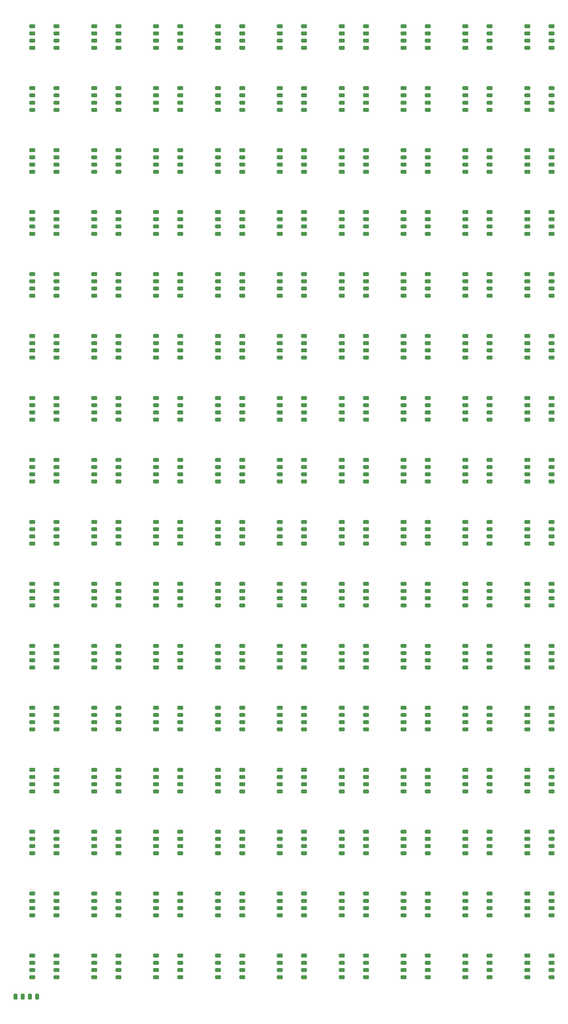
<source format=gbr>
%TF.GenerationSoftware,KiCad,Pcbnew,7.0.8*%
%TF.CreationDate,2023-12-09T13:02:37-08:00*%
%TF.ProjectId,LED_board,4c45445f-626f-4617-9264-2e6b69636164,rev?*%
%TF.SameCoordinates,Original*%
%TF.FileFunction,Soldermask,Top*%
%TF.FilePolarity,Negative*%
%FSLAX46Y46*%
G04 Gerber Fmt 4.6, Leading zero omitted, Abs format (unit mm)*
G04 Created by KiCad (PCBNEW 7.0.8) date 2023-12-09 13:02:37*
%MOMM*%
%LPD*%
G01*
G04 APERTURE LIST*
G04 Aperture macros list*
%AMRoundRect*
0 Rectangle with rounded corners*
0 $1 Rounding radius*
0 $2 $3 $4 $5 $6 $7 $8 $9 X,Y pos of 4 corners*
0 Add a 4 corners polygon primitive as box body*
4,1,4,$2,$3,$4,$5,$6,$7,$8,$9,$2,$3,0*
0 Add four circle primitives for the rounded corners*
1,1,$1+$1,$2,$3*
1,1,$1+$1,$4,$5*
1,1,$1+$1,$6,$7*
1,1,$1+$1,$8,$9*
0 Add four rect primitives between the rounded corners*
20,1,$1+$1,$2,$3,$4,$5,0*
20,1,$1+$1,$4,$5,$6,$7,0*
20,1,$1+$1,$6,$7,$8,$9,0*
20,1,$1+$1,$8,$9,$2,$3,0*%
G04 Aperture macros list end*
%ADD10RoundRect,0.381000X0.381000X-0.762000X0.381000X0.762000X-0.381000X0.762000X-0.381000X-0.762000X0*%
%ADD11RoundRect,0.381000X-0.762000X-0.381000X0.762000X-0.381000X0.762000X0.381000X-0.762000X0.381000X0*%
G04 APERTURE END LIST*
D10*
%TO.C,J1*%
X-11240000Y-371720000D03*
X-8440000Y-371720000D03*
X-5640000Y-371720000D03*
X-2840000Y-371720000D03*
%TD*%
D11*
%TO.C,U10*%
X-4700000Y-331800000D03*
X-4700000Y-334600000D03*
X-4700000Y-337400000D03*
X-4700000Y-340200000D03*
X4700000Y-331800000D03*
X4700000Y-334600000D03*
X4700000Y-337400000D03*
X4700000Y-340200000D03*
%TD*%
%TO.C,U9*%
X187300000Y-355800000D03*
X187300000Y-358600000D03*
X187300000Y-361400000D03*
X187300000Y-364200000D03*
X196700000Y-355800000D03*
X196700000Y-358600000D03*
X196700000Y-361400000D03*
X196700000Y-364200000D03*
%TD*%
%TO.C,U8*%
X163300000Y-355800000D03*
X163300000Y-358600000D03*
X163300000Y-361400000D03*
X163300000Y-364200000D03*
X172700000Y-355800000D03*
X172700000Y-358600000D03*
X172700000Y-361400000D03*
X172700000Y-364200000D03*
%TD*%
%TO.C,U7*%
X139300000Y-355800000D03*
X139300000Y-358600000D03*
X139300000Y-361400000D03*
X139300000Y-364200000D03*
X148700000Y-355800000D03*
X148700000Y-358600000D03*
X148700000Y-361400000D03*
X148700000Y-364200000D03*
%TD*%
%TO.C,U6*%
X115300000Y-355800000D03*
X115300000Y-358600000D03*
X115300000Y-361400000D03*
X115300000Y-364200000D03*
X124700000Y-355800000D03*
X124700000Y-358600000D03*
X124700000Y-361400000D03*
X124700000Y-364200000D03*
%TD*%
%TO.C,U5*%
X91300000Y-355800000D03*
X91300000Y-358600000D03*
X91300000Y-361400000D03*
X91300000Y-364200000D03*
X100700000Y-355800000D03*
X100700000Y-358600000D03*
X100700000Y-361400000D03*
X100700000Y-364200000D03*
%TD*%
%TO.C,U4*%
X67300000Y-355800000D03*
X67300000Y-358600000D03*
X67300000Y-361400000D03*
X67300000Y-364200000D03*
X76700000Y-355800000D03*
X76700000Y-358600000D03*
X76700000Y-361400000D03*
X76700000Y-364200000D03*
%TD*%
%TO.C,U3*%
X43300000Y-355800000D03*
X43300000Y-358600000D03*
X43300000Y-361400000D03*
X43300000Y-364200000D03*
X52700000Y-355800000D03*
X52700000Y-358600000D03*
X52700000Y-361400000D03*
X52700000Y-364200000D03*
%TD*%
%TO.C,U2*%
X19300000Y-355800000D03*
X19300000Y-358600000D03*
X19300000Y-361400000D03*
X19300000Y-364200000D03*
X28700000Y-355800000D03*
X28700000Y-358600000D03*
X28700000Y-361400000D03*
X28700000Y-364200000D03*
%TD*%
%TO.C,U1*%
X-4700000Y-355800000D03*
X-4700000Y-358600000D03*
X-4700000Y-361400000D03*
X-4700000Y-364200000D03*
X4700000Y-355800000D03*
X4700000Y-358600000D03*
X4700000Y-361400000D03*
X4700000Y-364200000D03*
%TD*%
%TO.C,U18*%
X187300000Y-331800000D03*
X187300000Y-334600000D03*
X187300000Y-337400000D03*
X187300000Y-340200000D03*
X196700000Y-331800000D03*
X196700000Y-334600000D03*
X196700000Y-337400000D03*
X196700000Y-340200000D03*
%TD*%
%TO.C,U17*%
X163300000Y-331800000D03*
X163300000Y-334600000D03*
X163300000Y-337400000D03*
X163300000Y-340200000D03*
X172700000Y-331800000D03*
X172700000Y-334600000D03*
X172700000Y-337400000D03*
X172700000Y-340200000D03*
%TD*%
%TO.C,U16*%
X139300000Y-331800000D03*
X139300000Y-334600000D03*
X139300000Y-337400000D03*
X139300000Y-340200000D03*
X148700000Y-331800000D03*
X148700000Y-334600000D03*
X148700000Y-337400000D03*
X148700000Y-340200000D03*
%TD*%
%TO.C,U15*%
X115300000Y-331800000D03*
X115300000Y-334600000D03*
X115300000Y-337400000D03*
X115300000Y-340200000D03*
X124700000Y-331800000D03*
X124700000Y-334600000D03*
X124700000Y-337400000D03*
X124700000Y-340200000D03*
%TD*%
%TO.C,U14*%
X91300000Y-331800000D03*
X91300000Y-334600000D03*
X91300000Y-337400000D03*
X91300000Y-340200000D03*
X100700000Y-331800000D03*
X100700000Y-334600000D03*
X100700000Y-337400000D03*
X100700000Y-340200000D03*
%TD*%
%TO.C,U13*%
X67300000Y-331800000D03*
X67300000Y-334600000D03*
X67300000Y-337400000D03*
X67300000Y-340200000D03*
X76700000Y-331800000D03*
X76700000Y-334600000D03*
X76700000Y-337400000D03*
X76700000Y-340200000D03*
%TD*%
%TO.C,U12*%
X43300000Y-331800000D03*
X43300000Y-334600000D03*
X43300000Y-337400000D03*
X43300000Y-340200000D03*
X52700000Y-331800000D03*
X52700000Y-334600000D03*
X52700000Y-337400000D03*
X52700000Y-340200000D03*
%TD*%
%TO.C,U11*%
X19300000Y-331800000D03*
X19300000Y-334600000D03*
X19300000Y-337400000D03*
X19300000Y-340200000D03*
X28700000Y-331800000D03*
X28700000Y-334600000D03*
X28700000Y-337400000D03*
X28700000Y-340200000D03*
%TD*%
%TO.C,U27*%
X187300000Y-307800000D03*
X187300000Y-310600000D03*
X187300000Y-313400000D03*
X187300000Y-316200000D03*
X196700000Y-307800000D03*
X196700000Y-310600000D03*
X196700000Y-313400000D03*
X196700000Y-316200000D03*
%TD*%
%TO.C,U26*%
X163300000Y-307800000D03*
X163300000Y-310600000D03*
X163300000Y-313400000D03*
X163300000Y-316200000D03*
X172700000Y-307800000D03*
X172700000Y-310600000D03*
X172700000Y-313400000D03*
X172700000Y-316200000D03*
%TD*%
%TO.C,U25*%
X139300000Y-307800000D03*
X139300000Y-310600000D03*
X139300000Y-313400000D03*
X139300000Y-316200000D03*
X148700000Y-307800000D03*
X148700000Y-310600000D03*
X148700000Y-313400000D03*
X148700000Y-316200000D03*
%TD*%
%TO.C,U24*%
X115300000Y-307800000D03*
X115300000Y-310600000D03*
X115300000Y-313400000D03*
X115300000Y-316200000D03*
X124700000Y-307800000D03*
X124700000Y-310600000D03*
X124700000Y-313400000D03*
X124700000Y-316200000D03*
%TD*%
%TO.C,U23*%
X91300000Y-307800000D03*
X91300000Y-310600000D03*
X91300000Y-313400000D03*
X91300000Y-316200000D03*
X100700000Y-307800000D03*
X100700000Y-310600000D03*
X100700000Y-313400000D03*
X100700000Y-316200000D03*
%TD*%
%TO.C,U22*%
X67300000Y-307800000D03*
X67300000Y-310600000D03*
X67300000Y-313400000D03*
X67300000Y-316200000D03*
X76700000Y-307800000D03*
X76700000Y-310600000D03*
X76700000Y-313400000D03*
X76700000Y-316200000D03*
%TD*%
%TO.C,U21*%
X43300000Y-307800000D03*
X43300000Y-310600000D03*
X43300000Y-313400000D03*
X43300000Y-316200000D03*
X52700000Y-307800000D03*
X52700000Y-310600000D03*
X52700000Y-313400000D03*
X52700000Y-316200000D03*
%TD*%
%TO.C,U20*%
X19300000Y-307800000D03*
X19300000Y-310600000D03*
X19300000Y-313400000D03*
X19300000Y-316200000D03*
X28700000Y-307800000D03*
X28700000Y-310600000D03*
X28700000Y-313400000D03*
X28700000Y-316200000D03*
%TD*%
%TO.C,U19*%
X-4700000Y-307800000D03*
X-4700000Y-310600000D03*
X-4700000Y-313400000D03*
X-4700000Y-316200000D03*
X4700000Y-307800000D03*
X4700000Y-310600000D03*
X4700000Y-313400000D03*
X4700000Y-316200000D03*
%TD*%
%TO.C,U36*%
X187300000Y-283800000D03*
X187300000Y-286600000D03*
X187300000Y-289400000D03*
X187300000Y-292200000D03*
X196700000Y-283800000D03*
X196700000Y-286600000D03*
X196700000Y-289400000D03*
X196700000Y-292200000D03*
%TD*%
%TO.C,U35*%
X163300000Y-283800000D03*
X163300000Y-286600000D03*
X163300000Y-289400000D03*
X163300000Y-292200000D03*
X172700000Y-283800000D03*
X172700000Y-286600000D03*
X172700000Y-289400000D03*
X172700000Y-292200000D03*
%TD*%
%TO.C,U34*%
X139300000Y-283800000D03*
X139300000Y-286600000D03*
X139300000Y-289400000D03*
X139300000Y-292200000D03*
X148700000Y-283800000D03*
X148700000Y-286600000D03*
X148700000Y-289400000D03*
X148700000Y-292200000D03*
%TD*%
%TO.C,U33*%
X115300000Y-283800000D03*
X115300000Y-286600000D03*
X115300000Y-289400000D03*
X115300000Y-292200000D03*
X124700000Y-283800000D03*
X124700000Y-286600000D03*
X124700000Y-289400000D03*
X124700000Y-292200000D03*
%TD*%
%TO.C,U32*%
X91300000Y-283800000D03*
X91300000Y-286600000D03*
X91300000Y-289400000D03*
X91300000Y-292200000D03*
X100700000Y-283800000D03*
X100700000Y-286600000D03*
X100700000Y-289400000D03*
X100700000Y-292200000D03*
%TD*%
%TO.C,U31*%
X67300000Y-283800000D03*
X67300000Y-286600000D03*
X67300000Y-289400000D03*
X67300000Y-292200000D03*
X76700000Y-283800000D03*
X76700000Y-286600000D03*
X76700000Y-289400000D03*
X76700000Y-292200000D03*
%TD*%
%TO.C,U30*%
X43300000Y-283800000D03*
X43300000Y-286600000D03*
X43300000Y-289400000D03*
X43300000Y-292200000D03*
X52700000Y-283800000D03*
X52700000Y-286600000D03*
X52700000Y-289400000D03*
X52700000Y-292200000D03*
%TD*%
%TO.C,U29*%
X19300000Y-283800000D03*
X19300000Y-286600000D03*
X19300000Y-289400000D03*
X19300000Y-292200000D03*
X28700000Y-283800000D03*
X28700000Y-286600000D03*
X28700000Y-289400000D03*
X28700000Y-292200000D03*
%TD*%
%TO.C,U28*%
X-4700000Y-283800000D03*
X-4700000Y-286600000D03*
X-4700000Y-289400000D03*
X-4700000Y-292200000D03*
X4700000Y-283800000D03*
X4700000Y-286600000D03*
X4700000Y-289400000D03*
X4700000Y-292200000D03*
%TD*%
%TO.C,U45*%
X187300000Y-259800000D03*
X187300000Y-262600000D03*
X187300000Y-265400000D03*
X187300000Y-268200000D03*
X196700000Y-259800000D03*
X196700000Y-262600000D03*
X196700000Y-265400000D03*
X196700000Y-268200000D03*
%TD*%
%TO.C,U44*%
X163300000Y-259800000D03*
X163300000Y-262600000D03*
X163300000Y-265400000D03*
X163300000Y-268200000D03*
X172700000Y-259800000D03*
X172700000Y-262600000D03*
X172700000Y-265400000D03*
X172700000Y-268200000D03*
%TD*%
%TO.C,U43*%
X139300000Y-259800000D03*
X139300000Y-262600000D03*
X139300000Y-265400000D03*
X139300000Y-268200000D03*
X148700000Y-259800000D03*
X148700000Y-262600000D03*
X148700000Y-265400000D03*
X148700000Y-268200000D03*
%TD*%
%TO.C,U42*%
X115300000Y-259800000D03*
X115300000Y-262600000D03*
X115300000Y-265400000D03*
X115300000Y-268200000D03*
X124700000Y-259800000D03*
X124700000Y-262600000D03*
X124700000Y-265400000D03*
X124700000Y-268200000D03*
%TD*%
%TO.C,U41*%
X91300000Y-259800000D03*
X91300000Y-262600000D03*
X91300000Y-265400000D03*
X91300000Y-268200000D03*
X100700000Y-259800000D03*
X100700000Y-262600000D03*
X100700000Y-265400000D03*
X100700000Y-268200000D03*
%TD*%
%TO.C,U40*%
X67300000Y-259800000D03*
X67300000Y-262600000D03*
X67300000Y-265400000D03*
X67300000Y-268200000D03*
X76700000Y-259800000D03*
X76700000Y-262600000D03*
X76700000Y-265400000D03*
X76700000Y-268200000D03*
%TD*%
%TO.C,U39*%
X43300000Y-259800000D03*
X43300000Y-262600000D03*
X43300000Y-265400000D03*
X43300000Y-268200000D03*
X52700000Y-259800000D03*
X52700000Y-262600000D03*
X52700000Y-265400000D03*
X52700000Y-268200000D03*
%TD*%
%TO.C,U38*%
X19300000Y-259800000D03*
X19300000Y-262600000D03*
X19300000Y-265400000D03*
X19300000Y-268200000D03*
X28700000Y-259800000D03*
X28700000Y-262600000D03*
X28700000Y-265400000D03*
X28700000Y-268200000D03*
%TD*%
%TO.C,U37*%
X-4700000Y-259800000D03*
X-4700000Y-262600000D03*
X-4700000Y-265400000D03*
X-4700000Y-268200000D03*
X4700000Y-259800000D03*
X4700000Y-262600000D03*
X4700000Y-265400000D03*
X4700000Y-268200000D03*
%TD*%
%TO.C,U54*%
X187300000Y-235800000D03*
X187300000Y-238600000D03*
X187300000Y-241400000D03*
X187300000Y-244200000D03*
X196700000Y-235800000D03*
X196700000Y-238600000D03*
X196700000Y-241400000D03*
X196700000Y-244200000D03*
%TD*%
%TO.C,U53*%
X163300000Y-235800000D03*
X163300000Y-238600000D03*
X163300000Y-241400000D03*
X163300000Y-244200000D03*
X172700000Y-235800000D03*
X172700000Y-238600000D03*
X172700000Y-241400000D03*
X172700000Y-244200000D03*
%TD*%
%TO.C,U52*%
X139300000Y-235800000D03*
X139300000Y-238600000D03*
X139300000Y-241400000D03*
X139300000Y-244200000D03*
X148700000Y-235800000D03*
X148700000Y-238600000D03*
X148700000Y-241400000D03*
X148700000Y-244200000D03*
%TD*%
%TO.C,U51*%
X115300000Y-235800000D03*
X115300000Y-238600000D03*
X115300000Y-241400000D03*
X115300000Y-244200000D03*
X124700000Y-235800000D03*
X124700000Y-238600000D03*
X124700000Y-241400000D03*
X124700000Y-244200000D03*
%TD*%
%TO.C,U50*%
X91300000Y-235800000D03*
X91300000Y-238600000D03*
X91300000Y-241400000D03*
X91300000Y-244200000D03*
X100700000Y-235800000D03*
X100700000Y-238600000D03*
X100700000Y-241400000D03*
X100700000Y-244200000D03*
%TD*%
%TO.C,U49*%
X67300000Y-235800000D03*
X67300000Y-238600000D03*
X67300000Y-241400000D03*
X67300000Y-244200000D03*
X76700000Y-235800000D03*
X76700000Y-238600000D03*
X76700000Y-241400000D03*
X76700000Y-244200000D03*
%TD*%
%TO.C,U48*%
X43300000Y-235800000D03*
X43300000Y-238600000D03*
X43300000Y-241400000D03*
X43300000Y-244200000D03*
X52700000Y-235800000D03*
X52700000Y-238600000D03*
X52700000Y-241400000D03*
X52700000Y-244200000D03*
%TD*%
%TO.C,U47*%
X19300000Y-235800000D03*
X19300000Y-238600000D03*
X19300000Y-241400000D03*
X19300000Y-244200000D03*
X28700000Y-235800000D03*
X28700000Y-238600000D03*
X28700000Y-241400000D03*
X28700000Y-244200000D03*
%TD*%
%TO.C,U46*%
X-4700000Y-235800000D03*
X-4700000Y-238600000D03*
X-4700000Y-241400000D03*
X-4700000Y-244200000D03*
X4700000Y-235800000D03*
X4700000Y-238600000D03*
X4700000Y-241400000D03*
X4700000Y-244200000D03*
%TD*%
%TO.C,U63*%
X187300000Y-211800000D03*
X187300000Y-214600000D03*
X187300000Y-217400000D03*
X187300000Y-220200000D03*
X196700000Y-211800000D03*
X196700000Y-214600000D03*
X196700000Y-217400000D03*
X196700000Y-220200000D03*
%TD*%
%TO.C,U62*%
X163300000Y-211800000D03*
X163300000Y-214600000D03*
X163300000Y-217400000D03*
X163300000Y-220200000D03*
X172700000Y-211800000D03*
X172700000Y-214600000D03*
X172700000Y-217400000D03*
X172700000Y-220200000D03*
%TD*%
%TO.C,U61*%
X139300000Y-211800000D03*
X139300000Y-214600000D03*
X139300000Y-217400000D03*
X139300000Y-220200000D03*
X148700000Y-211800000D03*
X148700000Y-214600000D03*
X148700000Y-217400000D03*
X148700000Y-220200000D03*
%TD*%
%TO.C,U60*%
X115300000Y-211800000D03*
X115300000Y-214600000D03*
X115300000Y-217400000D03*
X115300000Y-220200000D03*
X124700000Y-211800000D03*
X124700000Y-214600000D03*
X124700000Y-217400000D03*
X124700000Y-220200000D03*
%TD*%
%TO.C,U59*%
X91300000Y-211800000D03*
X91300000Y-214600000D03*
X91300000Y-217400000D03*
X91300000Y-220200000D03*
X100700000Y-211800000D03*
X100700000Y-214600000D03*
X100700000Y-217400000D03*
X100700000Y-220200000D03*
%TD*%
%TO.C,U58*%
X67300000Y-211800000D03*
X67300000Y-214600000D03*
X67300000Y-217400000D03*
X67300000Y-220200000D03*
X76700000Y-211800000D03*
X76700000Y-214600000D03*
X76700000Y-217400000D03*
X76700000Y-220200000D03*
%TD*%
%TO.C,U57*%
X43300000Y-211800000D03*
X43300000Y-214600000D03*
X43300000Y-217400000D03*
X43300000Y-220200000D03*
X52700000Y-211800000D03*
X52700000Y-214600000D03*
X52700000Y-217400000D03*
X52700000Y-220200000D03*
%TD*%
%TO.C,U56*%
X19300000Y-211800000D03*
X19300000Y-214600000D03*
X19300000Y-217400000D03*
X19300000Y-220200000D03*
X28700000Y-211800000D03*
X28700000Y-214600000D03*
X28700000Y-217400000D03*
X28700000Y-220200000D03*
%TD*%
%TO.C,U55*%
X-4700000Y-211800000D03*
X-4700000Y-214600000D03*
X-4700000Y-217400000D03*
X-4700000Y-220200000D03*
X4700000Y-211800000D03*
X4700000Y-214600000D03*
X4700000Y-217400000D03*
X4700000Y-220200000D03*
%TD*%
%TO.C,U72*%
X187300000Y-187800000D03*
X187300000Y-190600000D03*
X187300000Y-193400000D03*
X187300000Y-196200000D03*
X196700000Y-187800000D03*
X196700000Y-190600000D03*
X196700000Y-193400000D03*
X196700000Y-196200000D03*
%TD*%
%TO.C,U71*%
X163300000Y-187800000D03*
X163300000Y-190600000D03*
X163300000Y-193400000D03*
X163300000Y-196200000D03*
X172700000Y-187800000D03*
X172700000Y-190600000D03*
X172700000Y-193400000D03*
X172700000Y-196200000D03*
%TD*%
%TO.C,U70*%
X139300000Y-187800000D03*
X139300000Y-190600000D03*
X139300000Y-193400000D03*
X139300000Y-196200000D03*
X148700000Y-187800000D03*
X148700000Y-190600000D03*
X148700000Y-193400000D03*
X148700000Y-196200000D03*
%TD*%
%TO.C,U69*%
X115300000Y-187800000D03*
X115300000Y-190600000D03*
X115300000Y-193400000D03*
X115300000Y-196200000D03*
X124700000Y-187800000D03*
X124700000Y-190600000D03*
X124700000Y-193400000D03*
X124700000Y-196200000D03*
%TD*%
%TO.C,U68*%
X91300000Y-187800000D03*
X91300000Y-190600000D03*
X91300000Y-193400000D03*
X91300000Y-196200000D03*
X100700000Y-187800000D03*
X100700000Y-190600000D03*
X100700000Y-193400000D03*
X100700000Y-196200000D03*
%TD*%
%TO.C,U67*%
X67300000Y-187800000D03*
X67300000Y-190600000D03*
X67300000Y-193400000D03*
X67300000Y-196200000D03*
X76700000Y-187800000D03*
X76700000Y-190600000D03*
X76700000Y-193400000D03*
X76700000Y-196200000D03*
%TD*%
%TO.C,U66*%
X43300000Y-187800000D03*
X43300000Y-190600000D03*
X43300000Y-193400000D03*
X43300000Y-196200000D03*
X52700000Y-187800000D03*
X52700000Y-190600000D03*
X52700000Y-193400000D03*
X52700000Y-196200000D03*
%TD*%
%TO.C,U65*%
X19300000Y-187800000D03*
X19300000Y-190600000D03*
X19300000Y-193400000D03*
X19300000Y-196200000D03*
X28700000Y-187800000D03*
X28700000Y-190600000D03*
X28700000Y-193400000D03*
X28700000Y-196200000D03*
%TD*%
%TO.C,U64*%
X-4700000Y-187800000D03*
X-4700000Y-190600000D03*
X-4700000Y-193400000D03*
X-4700000Y-196200000D03*
X4700000Y-187800000D03*
X4700000Y-190600000D03*
X4700000Y-193400000D03*
X4700000Y-196200000D03*
%TD*%
%TO.C,U81*%
X187300000Y-163800000D03*
X187300000Y-166600000D03*
X187300000Y-169400000D03*
X187300000Y-172200000D03*
X196700000Y-163800000D03*
X196700000Y-166600000D03*
X196700000Y-169400000D03*
X196700000Y-172200000D03*
%TD*%
%TO.C,U80*%
X163300000Y-163800000D03*
X163300000Y-166600000D03*
X163300000Y-169400000D03*
X163300000Y-172200000D03*
X172700000Y-163800000D03*
X172700000Y-166600000D03*
X172700000Y-169400000D03*
X172700000Y-172200000D03*
%TD*%
%TO.C,U79*%
X139300000Y-163800000D03*
X139300000Y-166600000D03*
X139300000Y-169400000D03*
X139300000Y-172200000D03*
X148700000Y-163800000D03*
X148700000Y-166600000D03*
X148700000Y-169400000D03*
X148700000Y-172200000D03*
%TD*%
%TO.C,U78*%
X115300000Y-163800000D03*
X115300000Y-166600000D03*
X115300000Y-169400000D03*
X115300000Y-172200000D03*
X124700000Y-163800000D03*
X124700000Y-166600000D03*
X124700000Y-169400000D03*
X124700000Y-172200000D03*
%TD*%
%TO.C,U77*%
X91300000Y-163800000D03*
X91300000Y-166600000D03*
X91300000Y-169400000D03*
X91300000Y-172200000D03*
X100700000Y-163800000D03*
X100700000Y-166600000D03*
X100700000Y-169400000D03*
X100700000Y-172200000D03*
%TD*%
%TO.C,U76*%
X67300000Y-163800000D03*
X67300000Y-166600000D03*
X67300000Y-169400000D03*
X67300000Y-172200000D03*
X76700000Y-163800000D03*
X76700000Y-166600000D03*
X76700000Y-169400000D03*
X76700000Y-172200000D03*
%TD*%
%TO.C,U75*%
X43300000Y-163800000D03*
X43300000Y-166600000D03*
X43300000Y-169400000D03*
X43300000Y-172200000D03*
X52700000Y-163800000D03*
X52700000Y-166600000D03*
X52700000Y-169400000D03*
X52700000Y-172200000D03*
%TD*%
%TO.C,U74*%
X19300000Y-163800000D03*
X19300000Y-166600000D03*
X19300000Y-169400000D03*
X19300000Y-172200000D03*
X28700000Y-163800000D03*
X28700000Y-166600000D03*
X28700000Y-169400000D03*
X28700000Y-172200000D03*
%TD*%
%TO.C,U73*%
X-4700000Y-163800000D03*
X-4700000Y-166600000D03*
X-4700000Y-169400000D03*
X-4700000Y-172200000D03*
X4700000Y-163800000D03*
X4700000Y-166600000D03*
X4700000Y-169400000D03*
X4700000Y-172200000D03*
%TD*%
%TO.C,U90*%
X187300000Y-139800000D03*
X187300000Y-142600000D03*
X187300000Y-145400000D03*
X187300000Y-148200000D03*
X196700000Y-139800000D03*
X196700000Y-142600000D03*
X196700000Y-145400000D03*
X196700000Y-148200000D03*
%TD*%
%TO.C,U89*%
X163300000Y-139800000D03*
X163300000Y-142600000D03*
X163300000Y-145400000D03*
X163300000Y-148200000D03*
X172700000Y-139800000D03*
X172700000Y-142600000D03*
X172700000Y-145400000D03*
X172700000Y-148200000D03*
%TD*%
%TO.C,U88*%
X139300000Y-139800000D03*
X139300000Y-142600000D03*
X139300000Y-145400000D03*
X139300000Y-148200000D03*
X148700000Y-139800000D03*
X148700000Y-142600000D03*
X148700000Y-145400000D03*
X148700000Y-148200000D03*
%TD*%
%TO.C,U87*%
X115300000Y-139800000D03*
X115300000Y-142600000D03*
X115300000Y-145400000D03*
X115300000Y-148200000D03*
X124700000Y-139800000D03*
X124700000Y-142600000D03*
X124700000Y-145400000D03*
X124700000Y-148200000D03*
%TD*%
%TO.C,U86*%
X91300000Y-139800000D03*
X91300000Y-142600000D03*
X91300000Y-145400000D03*
X91300000Y-148200000D03*
X100700000Y-139800000D03*
X100700000Y-142600000D03*
X100700000Y-145400000D03*
X100700000Y-148200000D03*
%TD*%
%TO.C,U85*%
X67300000Y-139800000D03*
X67300000Y-142600000D03*
X67300000Y-145400000D03*
X67300000Y-148200000D03*
X76700000Y-139800000D03*
X76700000Y-142600000D03*
X76700000Y-145400000D03*
X76700000Y-148200000D03*
%TD*%
%TO.C,U84*%
X43300000Y-139800000D03*
X43300000Y-142600000D03*
X43300000Y-145400000D03*
X43300000Y-148200000D03*
X52700000Y-139800000D03*
X52700000Y-142600000D03*
X52700000Y-145400000D03*
X52700000Y-148200000D03*
%TD*%
%TO.C,U83*%
X19300000Y-139800000D03*
X19300000Y-142600000D03*
X19300000Y-145400000D03*
X19300000Y-148200000D03*
X28700000Y-139800000D03*
X28700000Y-142600000D03*
X28700000Y-145400000D03*
X28700000Y-148200000D03*
%TD*%
%TO.C,U82*%
X-4700000Y-139800000D03*
X-4700000Y-142600000D03*
X-4700000Y-145400000D03*
X-4700000Y-148200000D03*
X4700000Y-139800000D03*
X4700000Y-142600000D03*
X4700000Y-145400000D03*
X4700000Y-148200000D03*
%TD*%
%TO.C,U99*%
X187300000Y-115800000D03*
X187300000Y-118600000D03*
X187300000Y-121400000D03*
X187300000Y-124200000D03*
X196700000Y-115800000D03*
X196700000Y-118600000D03*
X196700000Y-121400000D03*
X196700000Y-124200000D03*
%TD*%
%TO.C,U98*%
X163300000Y-115800000D03*
X163300000Y-118600000D03*
X163300000Y-121400000D03*
X163300000Y-124200000D03*
X172700000Y-115800000D03*
X172700000Y-118600000D03*
X172700000Y-121400000D03*
X172700000Y-124200000D03*
%TD*%
%TO.C,U97*%
X139300000Y-115800000D03*
X139300000Y-118600000D03*
X139300000Y-121400000D03*
X139300000Y-124200000D03*
X148700000Y-115800000D03*
X148700000Y-118600000D03*
X148700000Y-121400000D03*
X148700000Y-124200000D03*
%TD*%
%TO.C,U96*%
X115300000Y-115800000D03*
X115300000Y-118600000D03*
X115300000Y-121400000D03*
X115300000Y-124200000D03*
X124700000Y-115800000D03*
X124700000Y-118600000D03*
X124700000Y-121400000D03*
X124700000Y-124200000D03*
%TD*%
%TO.C,U95*%
X91300000Y-115800000D03*
X91300000Y-118600000D03*
X91300000Y-121400000D03*
X91300000Y-124200000D03*
X100700000Y-115800000D03*
X100700000Y-118600000D03*
X100700000Y-121400000D03*
X100700000Y-124200000D03*
%TD*%
%TO.C,U94*%
X67300000Y-115800000D03*
X67300000Y-118600000D03*
X67300000Y-121400000D03*
X67300000Y-124200000D03*
X76700000Y-115800000D03*
X76700000Y-118600000D03*
X76700000Y-121400000D03*
X76700000Y-124200000D03*
%TD*%
%TO.C,U93*%
X43300000Y-115800000D03*
X43300000Y-118600000D03*
X43300000Y-121400000D03*
X43300000Y-124200000D03*
X52700000Y-115800000D03*
X52700000Y-118600000D03*
X52700000Y-121400000D03*
X52700000Y-124200000D03*
%TD*%
%TO.C,U92*%
X19300000Y-115800000D03*
X19300000Y-118600000D03*
X19300000Y-121400000D03*
X19300000Y-124200000D03*
X28700000Y-115800000D03*
X28700000Y-118600000D03*
X28700000Y-121400000D03*
X28700000Y-124200000D03*
%TD*%
%TO.C,U91*%
X-4700000Y-115800000D03*
X-4700000Y-118600000D03*
X-4700000Y-121400000D03*
X-4700000Y-124200000D03*
X4700000Y-115800000D03*
X4700000Y-118600000D03*
X4700000Y-121400000D03*
X4700000Y-124200000D03*
%TD*%
%TO.C,U108*%
X187300000Y-91800000D03*
X187300000Y-94600000D03*
X187300000Y-97400000D03*
X187300000Y-100200000D03*
X196700000Y-91800000D03*
X196700000Y-94600000D03*
X196700000Y-97400000D03*
X196700000Y-100200000D03*
%TD*%
%TO.C,U107*%
X163300000Y-91800000D03*
X163300000Y-94600000D03*
X163300000Y-97400000D03*
X163300000Y-100200000D03*
X172700000Y-91800000D03*
X172700000Y-94600000D03*
X172700000Y-97400000D03*
X172700000Y-100200000D03*
%TD*%
%TO.C,U106*%
X139300000Y-91800000D03*
X139300000Y-94600000D03*
X139300000Y-97400000D03*
X139300000Y-100200000D03*
X148700000Y-91800000D03*
X148700000Y-94600000D03*
X148700000Y-97400000D03*
X148700000Y-100200000D03*
%TD*%
%TO.C,U105*%
X115300000Y-91800000D03*
X115300000Y-94600000D03*
X115300000Y-97400000D03*
X115300000Y-100200000D03*
X124700000Y-91800000D03*
X124700000Y-94600000D03*
X124700000Y-97400000D03*
X124700000Y-100200000D03*
%TD*%
%TO.C,U104*%
X91300000Y-91800000D03*
X91300000Y-94600000D03*
X91300000Y-97400000D03*
X91300000Y-100200000D03*
X100700000Y-91800000D03*
X100700000Y-94600000D03*
X100700000Y-97400000D03*
X100700000Y-100200000D03*
%TD*%
%TO.C,U103*%
X67300000Y-91800000D03*
X67300000Y-94600000D03*
X67300000Y-97400000D03*
X67300000Y-100200000D03*
X76700000Y-91800000D03*
X76700000Y-94600000D03*
X76700000Y-97400000D03*
X76700000Y-100200000D03*
%TD*%
%TO.C,U102*%
X43300000Y-91800000D03*
X43300000Y-94600000D03*
X43300000Y-97400000D03*
X43300000Y-100200000D03*
X52700000Y-91800000D03*
X52700000Y-94600000D03*
X52700000Y-97400000D03*
X52700000Y-100200000D03*
%TD*%
%TO.C,U101*%
X19300000Y-91800000D03*
X19300000Y-94600000D03*
X19300000Y-97400000D03*
X19300000Y-100200000D03*
X28700000Y-91800000D03*
X28700000Y-94600000D03*
X28700000Y-97400000D03*
X28700000Y-100200000D03*
%TD*%
%TO.C,U100*%
X-4700000Y-91800000D03*
X-4700000Y-94600000D03*
X-4700000Y-97400000D03*
X-4700000Y-100200000D03*
X4700000Y-91800000D03*
X4700000Y-94600000D03*
X4700000Y-97400000D03*
X4700000Y-100200000D03*
%TD*%
%TO.C,U117*%
X187300000Y-67800000D03*
X187300000Y-70600000D03*
X187300000Y-73400000D03*
X187300000Y-76200000D03*
X196700000Y-67800000D03*
X196700000Y-70600000D03*
X196700000Y-73400000D03*
X196700000Y-76200000D03*
%TD*%
%TO.C,U116*%
X163300000Y-67800000D03*
X163300000Y-70600000D03*
X163300000Y-73400000D03*
X163300000Y-76200000D03*
X172700000Y-67800000D03*
X172700000Y-70600000D03*
X172700000Y-73400000D03*
X172700000Y-76200000D03*
%TD*%
%TO.C,U115*%
X139300000Y-67800000D03*
X139300000Y-70600000D03*
X139300000Y-73400000D03*
X139300000Y-76200000D03*
X148700000Y-67800000D03*
X148700000Y-70600000D03*
X148700000Y-73400000D03*
X148700000Y-76200000D03*
%TD*%
%TO.C,U114*%
X115300000Y-67800000D03*
X115300000Y-70600000D03*
X115300000Y-73400000D03*
X115300000Y-76200000D03*
X124700000Y-67800000D03*
X124700000Y-70600000D03*
X124700000Y-73400000D03*
X124700000Y-76200000D03*
%TD*%
%TO.C,U113*%
X91300000Y-67800000D03*
X91300000Y-70600000D03*
X91300000Y-73400000D03*
X91300000Y-76200000D03*
X100700000Y-67800000D03*
X100700000Y-70600000D03*
X100700000Y-73400000D03*
X100700000Y-76200000D03*
%TD*%
%TO.C,U112*%
X67300000Y-67800000D03*
X67300000Y-70600000D03*
X67300000Y-73400000D03*
X67300000Y-76200000D03*
X76700000Y-67800000D03*
X76700000Y-70600000D03*
X76700000Y-73400000D03*
X76700000Y-76200000D03*
%TD*%
%TO.C,U111*%
X52700000Y-76200000D03*
X52700000Y-73400000D03*
X52700000Y-70600000D03*
X52700000Y-67800000D03*
X43300000Y-76200000D03*
X43300000Y-73400000D03*
X43300000Y-70600000D03*
X43300000Y-67800000D03*
%TD*%
%TO.C,U110*%
X19300000Y-67800000D03*
X19300000Y-70600000D03*
X19300000Y-73400000D03*
X19300000Y-76200000D03*
X28700000Y-67800000D03*
X28700000Y-70600000D03*
X28700000Y-73400000D03*
X28700000Y-76200000D03*
%TD*%
%TO.C,U109*%
X-4700000Y-67800000D03*
X-4700000Y-70600000D03*
X-4700000Y-73400000D03*
X-4700000Y-76200000D03*
X4700000Y-67800000D03*
X4700000Y-70600000D03*
X4700000Y-73400000D03*
X4700000Y-76200000D03*
%TD*%
%TO.C,U126*%
X187300000Y-43800000D03*
X187300000Y-46600000D03*
X187300000Y-49400000D03*
X187300000Y-52200000D03*
X196700000Y-43800000D03*
X196700000Y-46600000D03*
X196700000Y-49400000D03*
X196700000Y-52200000D03*
%TD*%
%TO.C,U125*%
X163300000Y-43800000D03*
X163300000Y-46600000D03*
X163300000Y-49400000D03*
X163300000Y-52200000D03*
X172700000Y-43800000D03*
X172700000Y-46600000D03*
X172700000Y-49400000D03*
X172700000Y-52200000D03*
%TD*%
%TO.C,U124*%
X139300000Y-43800000D03*
X139300000Y-46600000D03*
X139300000Y-49400000D03*
X139300000Y-52200000D03*
X148700000Y-43800000D03*
X148700000Y-46600000D03*
X148700000Y-49400000D03*
X148700000Y-52200000D03*
%TD*%
%TO.C,U123*%
X115300000Y-43800000D03*
X115300000Y-46600000D03*
X115300000Y-49400000D03*
X115300000Y-52200000D03*
X124700000Y-43800000D03*
X124700000Y-46600000D03*
X124700000Y-49400000D03*
X124700000Y-52200000D03*
%TD*%
%TO.C,U122*%
X91300000Y-43800000D03*
X91300000Y-46600000D03*
X91300000Y-49400000D03*
X91300000Y-52200000D03*
X100700000Y-43800000D03*
X100700000Y-46600000D03*
X100700000Y-49400000D03*
X100700000Y-52200000D03*
%TD*%
%TO.C,U121*%
X67300000Y-43800000D03*
X67300000Y-46600000D03*
X67300000Y-49400000D03*
X67300000Y-52200000D03*
X76700000Y-43800000D03*
X76700000Y-46600000D03*
X76700000Y-49400000D03*
X76700000Y-52200000D03*
%TD*%
%TO.C,U120*%
X43300000Y-43800000D03*
X43300000Y-46600000D03*
X43300000Y-49400000D03*
X43300000Y-52200000D03*
X52700000Y-43800000D03*
X52700000Y-46600000D03*
X52700000Y-49400000D03*
X52700000Y-52200000D03*
%TD*%
%TO.C,U119*%
X19300000Y-43800000D03*
X19300000Y-46600000D03*
X19300000Y-49400000D03*
X19300000Y-52200000D03*
X28700000Y-43800000D03*
X28700000Y-46600000D03*
X28700000Y-49400000D03*
X28700000Y-52200000D03*
%TD*%
%TO.C,U118*%
X-4700000Y-43800000D03*
X-4700000Y-46600000D03*
X-4700000Y-49400000D03*
X-4700000Y-52200000D03*
X4700000Y-43800000D03*
X4700000Y-46600000D03*
X4700000Y-49400000D03*
X4700000Y-52200000D03*
%TD*%
%TO.C,U135*%
X187300000Y-19800000D03*
X187300000Y-22600000D03*
X187300000Y-25400000D03*
X187300000Y-28200000D03*
X196700000Y-19800000D03*
X196700000Y-22600000D03*
X196700000Y-25400000D03*
X196700000Y-28200000D03*
%TD*%
%TO.C,U134*%
X163300000Y-19800000D03*
X163300000Y-22600000D03*
X163300000Y-25400000D03*
X163300000Y-28200000D03*
X172700000Y-19800000D03*
X172700000Y-22600000D03*
X172700000Y-25400000D03*
X172700000Y-28200000D03*
%TD*%
%TO.C,U133*%
X139300000Y-19800000D03*
X139300000Y-22600000D03*
X139300000Y-25400000D03*
X139300000Y-28200000D03*
X148700000Y-19800000D03*
X148700000Y-22600000D03*
X148700000Y-25400000D03*
X148700000Y-28200000D03*
%TD*%
%TO.C,U132*%
X115300000Y-19800000D03*
X115300000Y-22600000D03*
X115300000Y-25400000D03*
X115300000Y-28200000D03*
X124700000Y-19800000D03*
X124700000Y-22600000D03*
X124700000Y-25400000D03*
X124700000Y-28200000D03*
%TD*%
%TO.C,U131*%
X91300000Y-19800000D03*
X91300000Y-22600000D03*
X91300000Y-25400000D03*
X91300000Y-28200000D03*
X100700000Y-19800000D03*
X100700000Y-22600000D03*
X100700000Y-25400000D03*
X100700000Y-28200000D03*
%TD*%
%TO.C,U130*%
X67300000Y-19800000D03*
X67300000Y-22600000D03*
X67300000Y-25400000D03*
X67300000Y-28200000D03*
X76700000Y-19800000D03*
X76700000Y-22600000D03*
X76700000Y-25400000D03*
X76700000Y-28200000D03*
%TD*%
%TO.C,U129*%
X43300000Y-19800000D03*
X43300000Y-22600000D03*
X43300000Y-25400000D03*
X43300000Y-28200000D03*
X52700000Y-19800000D03*
X52700000Y-22600000D03*
X52700000Y-25400000D03*
X52700000Y-28200000D03*
%TD*%
%TO.C,U128*%
X19300000Y-19800000D03*
X19300000Y-22600000D03*
X19300000Y-25400000D03*
X19300000Y-28200000D03*
X28700000Y-19800000D03*
X28700000Y-22600000D03*
X28700000Y-25400000D03*
X28700000Y-28200000D03*
%TD*%
%TO.C,U127*%
X-4700000Y-19800000D03*
X-4700000Y-22600000D03*
X-4700000Y-25400000D03*
X-4700000Y-28200000D03*
X4700000Y-19800000D03*
X4700000Y-22600000D03*
X4700000Y-25400000D03*
X4700000Y-28200000D03*
%TD*%
%TO.C,U144*%
X187300000Y4200000D03*
X187300000Y1400000D03*
X187300000Y-1400000D03*
X187300000Y-4200000D03*
X196700000Y4200000D03*
X196700000Y1400000D03*
X196700000Y-1400000D03*
X196700000Y-4200000D03*
%TD*%
%TO.C,U143*%
X163300000Y4200000D03*
X163300000Y1400000D03*
X163300000Y-1400000D03*
X163300000Y-4200000D03*
X172700000Y4200000D03*
X172700000Y1400000D03*
X172700000Y-1400000D03*
X172700000Y-4200000D03*
%TD*%
%TO.C,U142*%
X139300000Y4200000D03*
X139300000Y1400000D03*
X139300000Y-1400000D03*
X139300000Y-4200000D03*
X148700000Y4200000D03*
X148700000Y1400000D03*
X148700000Y-1400000D03*
X148700000Y-4200000D03*
%TD*%
%TO.C,U141*%
X115300000Y4200000D03*
X115300000Y1400000D03*
X115300000Y-1400000D03*
X115300000Y-4200000D03*
X124700000Y4200000D03*
X124700000Y1400000D03*
X124700000Y-1400000D03*
X124700000Y-4200000D03*
%TD*%
%TO.C,U140*%
X91300000Y4200000D03*
X91300000Y1400000D03*
X91300000Y-1400000D03*
X91300000Y-4200000D03*
X100700000Y4200000D03*
X100700000Y1400000D03*
X100700000Y-1400000D03*
X100700000Y-4200000D03*
%TD*%
%TO.C,U139*%
X67300000Y4200000D03*
X67300000Y1400000D03*
X67300000Y-1400000D03*
X67300000Y-4200000D03*
X76700000Y4200000D03*
X76700000Y1400000D03*
X76700000Y-1400000D03*
X76700000Y-4200000D03*
%TD*%
%TO.C,U138*%
X43300000Y4200000D03*
X43300000Y1400000D03*
X43300000Y-1400000D03*
X43300000Y-4200000D03*
X52700000Y4200000D03*
X52700000Y1400000D03*
X52700000Y-1400000D03*
X52700000Y-4200000D03*
%TD*%
%TO.C,U137*%
X19300000Y4200000D03*
X19300000Y1400000D03*
X19300000Y-1400000D03*
X19300000Y-4200000D03*
X28700000Y4200000D03*
X28700000Y1400000D03*
X28700000Y-1400000D03*
X28700000Y-4200000D03*
%TD*%
%TO.C,U136*%
X-4700000Y4200000D03*
X-4700000Y1400000D03*
X-4700000Y-1400000D03*
X-4700000Y-4200000D03*
X4700000Y4200000D03*
X4700000Y1400000D03*
X4700000Y-1400000D03*
X4700000Y-4200000D03*
%TD*%
M02*

</source>
